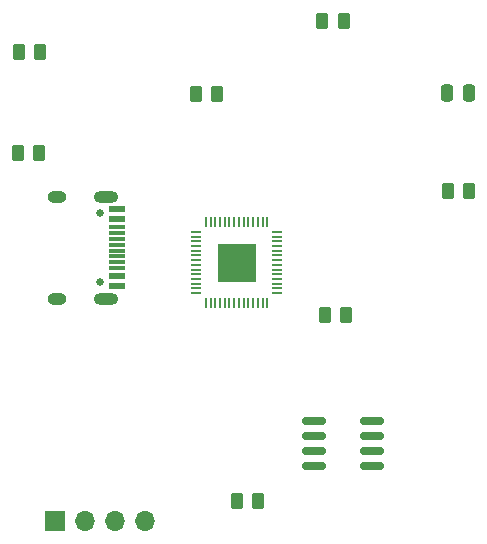
<source format=gbr>
%TF.GenerationSoftware,KiCad,Pcbnew,8.0.6*%
%TF.CreationDate,2025-05-13T17:33:06-04:00*%
%TF.ProjectId,USB-Voltage-Tester,5553422d-566f-46c7-9461-67652d546573,rev?*%
%TF.SameCoordinates,Original*%
%TF.FileFunction,Soldermask,Top*%
%TF.FilePolarity,Negative*%
%FSLAX46Y46*%
G04 Gerber Fmt 4.6, Leading zero omitted, Abs format (unit mm)*
G04 Created by KiCad (PCBNEW 8.0.6) date 2025-05-13 17:33:06*
%MOMM*%
%LPD*%
G01*
G04 APERTURE LIST*
G04 Aperture macros list*
%AMRoundRect*
0 Rectangle with rounded corners*
0 $1 Rounding radius*
0 $2 $3 $4 $5 $6 $7 $8 $9 X,Y pos of 4 corners*
0 Add a 4 corners polygon primitive as box body*
4,1,4,$2,$3,$4,$5,$6,$7,$8,$9,$2,$3,0*
0 Add four circle primitives for the rounded corners*
1,1,$1+$1,$2,$3*
1,1,$1+$1,$4,$5*
1,1,$1+$1,$6,$7*
1,1,$1+$1,$8,$9*
0 Add four rect primitives between the rounded corners*
20,1,$1+$1,$2,$3,$4,$5,0*
20,1,$1+$1,$4,$5,$6,$7,0*
20,1,$1+$1,$6,$7,$8,$9,0*
20,1,$1+$1,$8,$9,$2,$3,0*%
G04 Aperture macros list end*
%ADD10C,0.650000*%
%ADD11R,1.450000X0.600000*%
%ADD12R,1.450000X0.300000*%
%ADD13O,2.100000X1.000000*%
%ADD14O,1.600000X1.000000*%
%ADD15RoundRect,0.050000X-0.387500X-0.050000X0.387500X-0.050000X0.387500X0.050000X-0.387500X0.050000X0*%
%ADD16RoundRect,0.050000X-0.050000X-0.387500X0.050000X-0.387500X0.050000X0.387500X-0.050000X0.387500X0*%
%ADD17R,3.200000X3.200000*%
%ADD18R,1.700000X1.700000*%
%ADD19O,1.700000X1.700000*%
%ADD20RoundRect,0.250000X-0.262500X-0.450000X0.262500X-0.450000X0.262500X0.450000X-0.262500X0.450000X0*%
%ADD21RoundRect,0.250000X-0.250000X-0.475000X0.250000X-0.475000X0.250000X0.475000X-0.250000X0.475000X0*%
%ADD22RoundRect,0.150000X-0.825000X-0.150000X0.825000X-0.150000X0.825000X0.150000X-0.825000X0.150000X0*%
G04 APERTURE END LIST*
D10*
%TO.C,J1*%
X31308400Y-46297800D03*
X31308400Y-52077800D03*
D11*
X32753400Y-45937800D03*
X32753400Y-46737800D03*
D12*
X32753400Y-47937800D03*
X32753400Y-48937800D03*
X32753400Y-49437800D03*
X32753400Y-50437800D03*
D11*
X32753400Y-51637800D03*
X32753400Y-52437800D03*
X32753400Y-52437800D03*
X32753400Y-51637800D03*
D12*
X32753400Y-50937800D03*
X32753400Y-49937800D03*
X32753400Y-48437800D03*
X32753400Y-47437800D03*
D11*
X32753400Y-46737800D03*
X32753400Y-45937800D03*
D13*
X31838400Y-44867800D03*
D14*
X27658400Y-44867800D03*
D13*
X31838400Y-53507800D03*
D14*
X27658400Y-53507800D03*
%TD*%
D15*
%TO.C,U2*%
X39453900Y-47852900D03*
X39453900Y-48252900D03*
X39453900Y-48652900D03*
X39453900Y-49052900D03*
X39453900Y-49452900D03*
X39453900Y-49852900D03*
X39453900Y-50252900D03*
X39453900Y-50652900D03*
X39453900Y-51052900D03*
X39453900Y-51452900D03*
X39453900Y-51852900D03*
X39453900Y-52252900D03*
X39453900Y-52652900D03*
X39453900Y-53052900D03*
D16*
X40291400Y-53890400D03*
X40691400Y-53890400D03*
X41091400Y-53890400D03*
X41491400Y-53890400D03*
X41891400Y-53890400D03*
X42291400Y-53890400D03*
X42691400Y-53890400D03*
X43091400Y-53890400D03*
X43491400Y-53890400D03*
X43891400Y-53890400D03*
X44291400Y-53890400D03*
X44691400Y-53890400D03*
X45091400Y-53890400D03*
X45491400Y-53890400D03*
D15*
X46328900Y-53052900D03*
X46328900Y-52652900D03*
X46328900Y-52252900D03*
X46328900Y-51852900D03*
X46328900Y-51452900D03*
X46328900Y-51052900D03*
X46328900Y-50652900D03*
X46328900Y-50252900D03*
X46328900Y-49852900D03*
X46328900Y-49452900D03*
X46328900Y-49052900D03*
X46328900Y-48652900D03*
X46328900Y-48252900D03*
X46328900Y-47852900D03*
D16*
X45491400Y-47015400D03*
X45091400Y-47015400D03*
X44691400Y-47015400D03*
X44291400Y-47015400D03*
X43891400Y-47015400D03*
X43491400Y-47015400D03*
X43091400Y-47015400D03*
X42691400Y-47015400D03*
X42291400Y-47015400D03*
X41891400Y-47015400D03*
X41491400Y-47015400D03*
X41091400Y-47015400D03*
X40691400Y-47015400D03*
X40291400Y-47015400D03*
D17*
X42891400Y-50452900D03*
%TD*%
D18*
%TO.C,J2*%
X27518200Y-72339200D03*
D19*
X30058200Y-72339200D03*
X32598200Y-72339200D03*
X35138200Y-72339200D03*
%TD*%
D20*
%TO.C,R1*%
X24360500Y-41198800D03*
X26185500Y-41198800D03*
%TD*%
D21*
%TO.C,C1*%
X60684900Y-36074000D03*
X62584900Y-36074000D03*
%TD*%
D20*
%TO.C,R2*%
X24436700Y-32639000D03*
X26261700Y-32639000D03*
%TD*%
%TO.C,R7*%
X50344700Y-54914800D03*
X52169700Y-54914800D03*
%TD*%
D22*
%TO.C,U1*%
X49431400Y-63881000D03*
X49431400Y-65151000D03*
X49431400Y-66421000D03*
X49431400Y-67691000D03*
X54381400Y-67691000D03*
X54381400Y-66421000D03*
X54381400Y-65151000D03*
X54381400Y-63881000D03*
%TD*%
D20*
%TO.C,R5*%
X39448100Y-36195000D03*
X41273100Y-36195000D03*
%TD*%
%TO.C,R3*%
X50141500Y-30022800D03*
X51966500Y-30022800D03*
%TD*%
%TO.C,R4*%
X42902500Y-70612000D03*
X44727500Y-70612000D03*
%TD*%
%TO.C,R6*%
X60784100Y-44424600D03*
X62609100Y-44424600D03*
%TD*%
M02*

</source>
